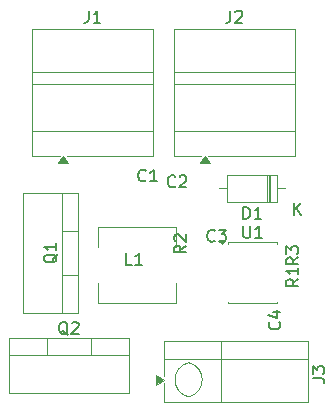
<source format=gbr>
%TF.GenerationSoftware,KiCad,Pcbnew,9.0.6*%
%TF.CreationDate,2025-12-23T21:48:00+05:30*%
%TF.ProjectId,CLASS D AMPLIFIER,434c4153-5320-4442-9041-4d504c494649,rev?*%
%TF.SameCoordinates,Original*%
%TF.FileFunction,Legend,Top*%
%TF.FilePolarity,Positive*%
%FSLAX46Y46*%
G04 Gerber Fmt 4.6, Leading zero omitted, Abs format (unit mm)*
G04 Created by KiCad (PCBNEW 9.0.6) date 2025-12-23 21:48:00*
%MOMM*%
%LPD*%
G01*
G04 APERTURE LIST*
%ADD10C,0.150000*%
%ADD11C,0.120000*%
G04 APERTURE END LIST*
D10*
X111333333Y-71454819D02*
X110857143Y-71454819D01*
X110857143Y-71454819D02*
X110857143Y-70454819D01*
X112190476Y-71454819D02*
X111619048Y-71454819D01*
X111904762Y-71454819D02*
X111904762Y-70454819D01*
X111904762Y-70454819D02*
X111809524Y-70597676D01*
X111809524Y-70597676D02*
X111714286Y-70692914D01*
X111714286Y-70692914D02*
X111619048Y-70740533D01*
X118333333Y-69409580D02*
X118285714Y-69457200D01*
X118285714Y-69457200D02*
X118142857Y-69504819D01*
X118142857Y-69504819D02*
X118047619Y-69504819D01*
X118047619Y-69504819D02*
X117904762Y-69457200D01*
X117904762Y-69457200D02*
X117809524Y-69361961D01*
X117809524Y-69361961D02*
X117761905Y-69266723D01*
X117761905Y-69266723D02*
X117714286Y-69076247D01*
X117714286Y-69076247D02*
X117714286Y-68933390D01*
X117714286Y-68933390D02*
X117761905Y-68742914D01*
X117761905Y-68742914D02*
X117809524Y-68647676D01*
X117809524Y-68647676D02*
X117904762Y-68552438D01*
X117904762Y-68552438D02*
X118047619Y-68504819D01*
X118047619Y-68504819D02*
X118142857Y-68504819D01*
X118142857Y-68504819D02*
X118285714Y-68552438D01*
X118285714Y-68552438D02*
X118333333Y-68600057D01*
X118666667Y-68504819D02*
X119285714Y-68504819D01*
X119285714Y-68504819D02*
X118952381Y-68885771D01*
X118952381Y-68885771D02*
X119095238Y-68885771D01*
X119095238Y-68885771D02*
X119190476Y-68933390D01*
X119190476Y-68933390D02*
X119238095Y-68981009D01*
X119238095Y-68981009D02*
X119285714Y-69076247D01*
X119285714Y-69076247D02*
X119285714Y-69314342D01*
X119285714Y-69314342D02*
X119238095Y-69409580D01*
X119238095Y-69409580D02*
X119190476Y-69457200D01*
X119190476Y-69457200D02*
X119095238Y-69504819D01*
X119095238Y-69504819D02*
X118809524Y-69504819D01*
X118809524Y-69504819D02*
X118714286Y-69457200D01*
X118714286Y-69457200D02*
X118666667Y-69409580D01*
X120763095Y-68189819D02*
X120763095Y-68999342D01*
X120763095Y-68999342D02*
X120810714Y-69094580D01*
X120810714Y-69094580D02*
X120858333Y-69142200D01*
X120858333Y-69142200D02*
X120953571Y-69189819D01*
X120953571Y-69189819D02*
X121144047Y-69189819D01*
X121144047Y-69189819D02*
X121239285Y-69142200D01*
X121239285Y-69142200D02*
X121286904Y-69094580D01*
X121286904Y-69094580D02*
X121334523Y-68999342D01*
X121334523Y-68999342D02*
X121334523Y-68189819D01*
X122334523Y-69189819D02*
X121763095Y-69189819D01*
X122048809Y-69189819D02*
X122048809Y-68189819D01*
X122048809Y-68189819D02*
X121953571Y-68332676D01*
X121953571Y-68332676D02*
X121858333Y-68427914D01*
X121858333Y-68427914D02*
X121763095Y-68475533D01*
X125404819Y-70846666D02*
X124928628Y-71179999D01*
X125404819Y-71418094D02*
X124404819Y-71418094D01*
X124404819Y-71418094D02*
X124404819Y-71037142D01*
X124404819Y-71037142D02*
X124452438Y-70941904D01*
X124452438Y-70941904D02*
X124500057Y-70894285D01*
X124500057Y-70894285D02*
X124595295Y-70846666D01*
X124595295Y-70846666D02*
X124738152Y-70846666D01*
X124738152Y-70846666D02*
X124833390Y-70894285D01*
X124833390Y-70894285D02*
X124881009Y-70941904D01*
X124881009Y-70941904D02*
X124928628Y-71037142D01*
X124928628Y-71037142D02*
X124928628Y-71418094D01*
X124404819Y-70513332D02*
X124404819Y-69894285D01*
X124404819Y-69894285D02*
X124785771Y-70227618D01*
X124785771Y-70227618D02*
X124785771Y-70084761D01*
X124785771Y-70084761D02*
X124833390Y-69989523D01*
X124833390Y-69989523D02*
X124881009Y-69941904D01*
X124881009Y-69941904D02*
X124976247Y-69894285D01*
X124976247Y-69894285D02*
X125214342Y-69894285D01*
X125214342Y-69894285D02*
X125309580Y-69941904D01*
X125309580Y-69941904D02*
X125357200Y-69989523D01*
X125357200Y-69989523D02*
X125404819Y-70084761D01*
X125404819Y-70084761D02*
X125404819Y-70370475D01*
X125404819Y-70370475D02*
X125357200Y-70465713D01*
X125357200Y-70465713D02*
X125309580Y-70513332D01*
X115904819Y-69846666D02*
X115428628Y-70179999D01*
X115904819Y-70418094D02*
X114904819Y-70418094D01*
X114904819Y-70418094D02*
X114904819Y-70037142D01*
X114904819Y-70037142D02*
X114952438Y-69941904D01*
X114952438Y-69941904D02*
X115000057Y-69894285D01*
X115000057Y-69894285D02*
X115095295Y-69846666D01*
X115095295Y-69846666D02*
X115238152Y-69846666D01*
X115238152Y-69846666D02*
X115333390Y-69894285D01*
X115333390Y-69894285D02*
X115381009Y-69941904D01*
X115381009Y-69941904D02*
X115428628Y-70037142D01*
X115428628Y-70037142D02*
X115428628Y-70418094D01*
X115000057Y-69465713D02*
X114952438Y-69418094D01*
X114952438Y-69418094D02*
X114904819Y-69322856D01*
X114904819Y-69322856D02*
X114904819Y-69084761D01*
X114904819Y-69084761D02*
X114952438Y-68989523D01*
X114952438Y-68989523D02*
X115000057Y-68941904D01*
X115000057Y-68941904D02*
X115095295Y-68894285D01*
X115095295Y-68894285D02*
X115190533Y-68894285D01*
X115190533Y-68894285D02*
X115333390Y-68941904D01*
X115333390Y-68941904D02*
X115904819Y-69513332D01*
X115904819Y-69513332D02*
X115904819Y-68894285D01*
X125404819Y-72666666D02*
X124928628Y-72999999D01*
X125404819Y-73238094D02*
X124404819Y-73238094D01*
X124404819Y-73238094D02*
X124404819Y-72857142D01*
X124404819Y-72857142D02*
X124452438Y-72761904D01*
X124452438Y-72761904D02*
X124500057Y-72714285D01*
X124500057Y-72714285D02*
X124595295Y-72666666D01*
X124595295Y-72666666D02*
X124738152Y-72666666D01*
X124738152Y-72666666D02*
X124833390Y-72714285D01*
X124833390Y-72714285D02*
X124881009Y-72761904D01*
X124881009Y-72761904D02*
X124928628Y-72857142D01*
X124928628Y-72857142D02*
X124928628Y-73238094D01*
X125404819Y-71714285D02*
X125404819Y-72285713D01*
X125404819Y-71999999D02*
X124404819Y-71999999D01*
X124404819Y-71999999D02*
X124547676Y-72095237D01*
X124547676Y-72095237D02*
X124642914Y-72190475D01*
X124642914Y-72190475D02*
X124690533Y-72285713D01*
X105904761Y-77400057D02*
X105809523Y-77352438D01*
X105809523Y-77352438D02*
X105714285Y-77257200D01*
X105714285Y-77257200D02*
X105571428Y-77114342D01*
X105571428Y-77114342D02*
X105476190Y-77066723D01*
X105476190Y-77066723D02*
X105380952Y-77066723D01*
X105428571Y-77304819D02*
X105333333Y-77257200D01*
X105333333Y-77257200D02*
X105238095Y-77161961D01*
X105238095Y-77161961D02*
X105190476Y-76971485D01*
X105190476Y-76971485D02*
X105190476Y-76638152D01*
X105190476Y-76638152D02*
X105238095Y-76447676D01*
X105238095Y-76447676D02*
X105333333Y-76352438D01*
X105333333Y-76352438D02*
X105428571Y-76304819D01*
X105428571Y-76304819D02*
X105619047Y-76304819D01*
X105619047Y-76304819D02*
X105714285Y-76352438D01*
X105714285Y-76352438D02*
X105809523Y-76447676D01*
X105809523Y-76447676D02*
X105857142Y-76638152D01*
X105857142Y-76638152D02*
X105857142Y-76971485D01*
X105857142Y-76971485D02*
X105809523Y-77161961D01*
X105809523Y-77161961D02*
X105714285Y-77257200D01*
X105714285Y-77257200D02*
X105619047Y-77304819D01*
X105619047Y-77304819D02*
X105428571Y-77304819D01*
X106238095Y-76400057D02*
X106285714Y-76352438D01*
X106285714Y-76352438D02*
X106380952Y-76304819D01*
X106380952Y-76304819D02*
X106619047Y-76304819D01*
X106619047Y-76304819D02*
X106714285Y-76352438D01*
X106714285Y-76352438D02*
X106761904Y-76400057D01*
X106761904Y-76400057D02*
X106809523Y-76495295D01*
X106809523Y-76495295D02*
X106809523Y-76590533D01*
X106809523Y-76590533D02*
X106761904Y-76733390D01*
X106761904Y-76733390D02*
X106190476Y-77304819D01*
X106190476Y-77304819D02*
X106809523Y-77304819D01*
X105000057Y-70555238D02*
X104952438Y-70650476D01*
X104952438Y-70650476D02*
X104857200Y-70745714D01*
X104857200Y-70745714D02*
X104714342Y-70888571D01*
X104714342Y-70888571D02*
X104666723Y-70983809D01*
X104666723Y-70983809D02*
X104666723Y-71079047D01*
X104904819Y-71031428D02*
X104857200Y-71126666D01*
X104857200Y-71126666D02*
X104761961Y-71221904D01*
X104761961Y-71221904D02*
X104571485Y-71269523D01*
X104571485Y-71269523D02*
X104238152Y-71269523D01*
X104238152Y-71269523D02*
X104047676Y-71221904D01*
X104047676Y-71221904D02*
X103952438Y-71126666D01*
X103952438Y-71126666D02*
X103904819Y-71031428D01*
X103904819Y-71031428D02*
X103904819Y-70840952D01*
X103904819Y-70840952D02*
X103952438Y-70745714D01*
X103952438Y-70745714D02*
X104047676Y-70650476D01*
X104047676Y-70650476D02*
X104238152Y-70602857D01*
X104238152Y-70602857D02*
X104571485Y-70602857D01*
X104571485Y-70602857D02*
X104761961Y-70650476D01*
X104761961Y-70650476D02*
X104857200Y-70745714D01*
X104857200Y-70745714D02*
X104904819Y-70840952D01*
X104904819Y-70840952D02*
X104904819Y-71031428D01*
X104904819Y-69650476D02*
X104904819Y-70221904D01*
X104904819Y-69936190D02*
X103904819Y-69936190D01*
X103904819Y-69936190D02*
X104047676Y-70031428D01*
X104047676Y-70031428D02*
X104142914Y-70126666D01*
X104142914Y-70126666D02*
X104190533Y-70221904D01*
X126617319Y-81058333D02*
X127331604Y-81058333D01*
X127331604Y-81058333D02*
X127474461Y-81105952D01*
X127474461Y-81105952D02*
X127569700Y-81201190D01*
X127569700Y-81201190D02*
X127617319Y-81344047D01*
X127617319Y-81344047D02*
X127617319Y-81439285D01*
X126617319Y-80677380D02*
X126617319Y-80058333D01*
X126617319Y-80058333D02*
X126998271Y-80391666D01*
X126998271Y-80391666D02*
X126998271Y-80248809D01*
X126998271Y-80248809D02*
X127045890Y-80153571D01*
X127045890Y-80153571D02*
X127093509Y-80105952D01*
X127093509Y-80105952D02*
X127188747Y-80058333D01*
X127188747Y-80058333D02*
X127426842Y-80058333D01*
X127426842Y-80058333D02*
X127522080Y-80105952D01*
X127522080Y-80105952D02*
X127569700Y-80153571D01*
X127569700Y-80153571D02*
X127617319Y-80248809D01*
X127617319Y-80248809D02*
X127617319Y-80534523D01*
X127617319Y-80534523D02*
X127569700Y-80629761D01*
X127569700Y-80629761D02*
X127522080Y-80677380D01*
X119666666Y-49952319D02*
X119666666Y-50666604D01*
X119666666Y-50666604D02*
X119619047Y-50809461D01*
X119619047Y-50809461D02*
X119523809Y-50904700D01*
X119523809Y-50904700D02*
X119380952Y-50952319D01*
X119380952Y-50952319D02*
X119285714Y-50952319D01*
X120095238Y-50047557D02*
X120142857Y-49999938D01*
X120142857Y-49999938D02*
X120238095Y-49952319D01*
X120238095Y-49952319D02*
X120476190Y-49952319D01*
X120476190Y-49952319D02*
X120571428Y-49999938D01*
X120571428Y-49999938D02*
X120619047Y-50047557D01*
X120619047Y-50047557D02*
X120666666Y-50142795D01*
X120666666Y-50142795D02*
X120666666Y-50238033D01*
X120666666Y-50238033D02*
X120619047Y-50380890D01*
X120619047Y-50380890D02*
X120047619Y-50952319D01*
X120047619Y-50952319D02*
X120666666Y-50952319D01*
X107666666Y-49952319D02*
X107666666Y-50666604D01*
X107666666Y-50666604D02*
X107619047Y-50809461D01*
X107619047Y-50809461D02*
X107523809Y-50904700D01*
X107523809Y-50904700D02*
X107380952Y-50952319D01*
X107380952Y-50952319D02*
X107285714Y-50952319D01*
X108666666Y-50952319D02*
X108095238Y-50952319D01*
X108380952Y-50952319D02*
X108380952Y-49952319D01*
X108380952Y-49952319D02*
X108285714Y-50095176D01*
X108285714Y-50095176D02*
X108190476Y-50190414D01*
X108190476Y-50190414D02*
X108095238Y-50238033D01*
X120761905Y-67574819D02*
X120761905Y-66574819D01*
X120761905Y-66574819D02*
X121000000Y-66574819D01*
X121000000Y-66574819D02*
X121142857Y-66622438D01*
X121142857Y-66622438D02*
X121238095Y-66717676D01*
X121238095Y-66717676D02*
X121285714Y-66812914D01*
X121285714Y-66812914D02*
X121333333Y-67003390D01*
X121333333Y-67003390D02*
X121333333Y-67146247D01*
X121333333Y-67146247D02*
X121285714Y-67336723D01*
X121285714Y-67336723D02*
X121238095Y-67431961D01*
X121238095Y-67431961D02*
X121142857Y-67527200D01*
X121142857Y-67527200D02*
X121000000Y-67574819D01*
X121000000Y-67574819D02*
X120761905Y-67574819D01*
X122285714Y-67574819D02*
X121714286Y-67574819D01*
X122000000Y-67574819D02*
X122000000Y-66574819D01*
X122000000Y-66574819D02*
X121904762Y-66717676D01*
X121904762Y-66717676D02*
X121809524Y-66812914D01*
X121809524Y-66812914D02*
X121714286Y-66860533D01*
X125048095Y-67254819D02*
X125048095Y-66254819D01*
X125619523Y-67254819D02*
X125190952Y-66683390D01*
X125619523Y-66254819D02*
X125048095Y-66826247D01*
X123809580Y-76321666D02*
X123857200Y-76369285D01*
X123857200Y-76369285D02*
X123904819Y-76512142D01*
X123904819Y-76512142D02*
X123904819Y-76607380D01*
X123904819Y-76607380D02*
X123857200Y-76750237D01*
X123857200Y-76750237D02*
X123761961Y-76845475D01*
X123761961Y-76845475D02*
X123666723Y-76893094D01*
X123666723Y-76893094D02*
X123476247Y-76940713D01*
X123476247Y-76940713D02*
X123333390Y-76940713D01*
X123333390Y-76940713D02*
X123142914Y-76893094D01*
X123142914Y-76893094D02*
X123047676Y-76845475D01*
X123047676Y-76845475D02*
X122952438Y-76750237D01*
X122952438Y-76750237D02*
X122904819Y-76607380D01*
X122904819Y-76607380D02*
X122904819Y-76512142D01*
X122904819Y-76512142D02*
X122952438Y-76369285D01*
X122952438Y-76369285D02*
X123000057Y-76321666D01*
X123238152Y-75464523D02*
X123904819Y-75464523D01*
X122857200Y-75702618D02*
X123571485Y-75940713D01*
X123571485Y-75940713D02*
X123571485Y-75321666D01*
X114988333Y-64809580D02*
X114940714Y-64857200D01*
X114940714Y-64857200D02*
X114797857Y-64904819D01*
X114797857Y-64904819D02*
X114702619Y-64904819D01*
X114702619Y-64904819D02*
X114559762Y-64857200D01*
X114559762Y-64857200D02*
X114464524Y-64761961D01*
X114464524Y-64761961D02*
X114416905Y-64666723D01*
X114416905Y-64666723D02*
X114369286Y-64476247D01*
X114369286Y-64476247D02*
X114369286Y-64333390D01*
X114369286Y-64333390D02*
X114416905Y-64142914D01*
X114416905Y-64142914D02*
X114464524Y-64047676D01*
X114464524Y-64047676D02*
X114559762Y-63952438D01*
X114559762Y-63952438D02*
X114702619Y-63904819D01*
X114702619Y-63904819D02*
X114797857Y-63904819D01*
X114797857Y-63904819D02*
X114940714Y-63952438D01*
X114940714Y-63952438D02*
X114988333Y-64000057D01*
X115369286Y-64000057D02*
X115416905Y-63952438D01*
X115416905Y-63952438D02*
X115512143Y-63904819D01*
X115512143Y-63904819D02*
X115750238Y-63904819D01*
X115750238Y-63904819D02*
X115845476Y-63952438D01*
X115845476Y-63952438D02*
X115893095Y-64000057D01*
X115893095Y-64000057D02*
X115940714Y-64095295D01*
X115940714Y-64095295D02*
X115940714Y-64190533D01*
X115940714Y-64190533D02*
X115893095Y-64333390D01*
X115893095Y-64333390D02*
X115321667Y-64904819D01*
X115321667Y-64904819D02*
X115940714Y-64904819D01*
X112488333Y-64309580D02*
X112440714Y-64357200D01*
X112440714Y-64357200D02*
X112297857Y-64404819D01*
X112297857Y-64404819D02*
X112202619Y-64404819D01*
X112202619Y-64404819D02*
X112059762Y-64357200D01*
X112059762Y-64357200D02*
X111964524Y-64261961D01*
X111964524Y-64261961D02*
X111916905Y-64166723D01*
X111916905Y-64166723D02*
X111869286Y-63976247D01*
X111869286Y-63976247D02*
X111869286Y-63833390D01*
X111869286Y-63833390D02*
X111916905Y-63642914D01*
X111916905Y-63642914D02*
X111964524Y-63547676D01*
X111964524Y-63547676D02*
X112059762Y-63452438D01*
X112059762Y-63452438D02*
X112202619Y-63404819D01*
X112202619Y-63404819D02*
X112297857Y-63404819D01*
X112297857Y-63404819D02*
X112440714Y-63452438D01*
X112440714Y-63452438D02*
X112488333Y-63500057D01*
X113440714Y-64404819D02*
X112869286Y-64404819D01*
X113155000Y-64404819D02*
X113155000Y-63404819D01*
X113155000Y-63404819D02*
X113059762Y-63547676D01*
X113059762Y-63547676D02*
X112964524Y-63642914D01*
X112964524Y-63642914D02*
X112869286Y-63690533D01*
D11*
%TO.C,L1*%
X115050000Y-74700000D02*
X108450000Y-74700000D01*
X115050000Y-73000000D02*
X115050000Y-74700000D01*
X115050000Y-68300000D02*
X115050000Y-70000000D01*
X108450000Y-74700000D02*
X108450000Y-73000000D01*
X108450000Y-70000000D02*
X108450000Y-68300000D01*
X108450000Y-68300000D02*
X115050000Y-68300000D01*
%TO.C,U1*%
X119465000Y-69575000D02*
X123585000Y-69575000D01*
X119465000Y-69670000D02*
X119465000Y-69575000D01*
X119465000Y-74695000D02*
X119465000Y-74600000D01*
X123585000Y-69575000D02*
X123585000Y-69670000D01*
X123585000Y-74600000D02*
X123585000Y-74695000D01*
X123585000Y-74695000D02*
X119465000Y-74695000D01*
X118925000Y-69665000D02*
X118685000Y-69335000D01*
X119165000Y-69335000D01*
X118925000Y-69665000D01*
G36*
X118925000Y-69665000D02*
G01*
X118685000Y-69335000D01*
X119165000Y-69335000D01*
X118925000Y-69665000D01*
G37*
%TO.C,Q2*%
X100890000Y-77690000D02*
X111110000Y-77690000D01*
X100890000Y-79070000D02*
X111110000Y-79070000D01*
X100890000Y-82310000D02*
X100890000Y-77690000D01*
X104150000Y-77690000D02*
X104150000Y-79070000D01*
X107850000Y-77690000D02*
X107850000Y-79070000D01*
X111110000Y-77690000D02*
X111110000Y-82310000D01*
X111110000Y-82310000D02*
X100890000Y-82310000D01*
%TO.C,Q1*%
X106760000Y-65350000D02*
X106760000Y-75570000D01*
X105380000Y-65350000D02*
X105380000Y-75570000D01*
X102140000Y-65350000D02*
X106760000Y-65350000D01*
X106760000Y-68610000D02*
X105380000Y-68610000D01*
X106760000Y-72310000D02*
X105380000Y-72310000D01*
X106760000Y-75570000D02*
X102140000Y-75570000D01*
X102140000Y-75570000D02*
X102140000Y-65350000D01*
%TO.C,J3*%
X126252500Y-77880000D02*
X126252500Y-83120000D01*
X118832500Y-77880000D02*
X118832500Y-83120000D01*
X114012500Y-77880000D02*
X126252500Y-77880000D01*
X126252500Y-79450000D02*
X114012500Y-79450000D01*
X114012500Y-80900000D02*
X114012500Y-77880000D01*
X126252500Y-83120000D02*
X114012500Y-83120000D01*
X114012500Y-83120000D02*
X114012500Y-81500000D01*
X116132500Y-79750000D02*
G75*
G02*
X116132500Y-82650000I-339130J-1450000D01*
G01*
X116132500Y-82650000D02*
G75*
G02*
X116132500Y-79750000I339130J1450000D01*
G01*
X114012500Y-81200000D02*
X113402500Y-81640000D01*
X113402500Y-80760000D01*
X114012500Y-81200000D01*
G36*
X114012500Y-81200000D02*
G01*
X113402500Y-81640000D01*
X113402500Y-80760000D01*
X114012500Y-81200000D01*
G37*
%TO.C,J2*%
X114880000Y-51497500D02*
X125120000Y-51497500D01*
X114880000Y-55117500D02*
X125120000Y-55117500D01*
X114880000Y-56117500D02*
X125120000Y-56117500D01*
X114880000Y-60117500D02*
X125120000Y-60117500D01*
X114880000Y-62237500D02*
X114880000Y-51497500D01*
X117200000Y-62237500D02*
X114880000Y-62237500D01*
X125120000Y-51497500D02*
X125120000Y-62237500D01*
X125120000Y-62237500D02*
X117800000Y-62237500D01*
X117940000Y-62847500D02*
X117060000Y-62847500D01*
X117500000Y-62237500D01*
X117940000Y-62847500D01*
G36*
X117940000Y-62847500D02*
G01*
X117060000Y-62847500D01*
X117500000Y-62237500D01*
X117940000Y-62847500D01*
G37*
%TO.C,J1*%
X102880000Y-51497500D02*
X113120000Y-51497500D01*
X102880000Y-55117500D02*
X113120000Y-55117500D01*
X102880000Y-56117500D02*
X113120000Y-56117500D01*
X102880000Y-60117500D02*
X113120000Y-60117500D01*
X102880000Y-62237500D02*
X102880000Y-51497500D01*
X105200000Y-62237500D02*
X102880000Y-62237500D01*
X113120000Y-51497500D02*
X113120000Y-62237500D01*
X113120000Y-62237500D02*
X105800000Y-62237500D01*
X105940000Y-62847500D02*
X105060000Y-62847500D01*
X105500000Y-62237500D01*
X105940000Y-62847500D01*
G36*
X105940000Y-62847500D02*
G01*
X105060000Y-62847500D01*
X105500000Y-62237500D01*
X105940000Y-62847500D01*
G37*
%TO.C,D1*%
X124270000Y-65000000D02*
X123620000Y-65000000D01*
X123020000Y-66120000D02*
X123020000Y-63880000D01*
X122900000Y-66120000D02*
X122900000Y-63880000D01*
X122780000Y-66120000D02*
X122780000Y-63880000D01*
X118730000Y-65000000D02*
X119380000Y-65000000D01*
X123620000Y-66120000D02*
X119380000Y-66120000D01*
X119380000Y-63880000D01*
X123620000Y-63880000D01*
X123620000Y-66120000D01*
%TD*%
M02*

</source>
